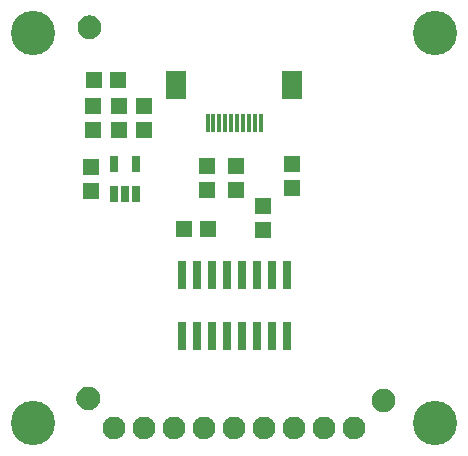
<source format=gbr>
G04 EAGLE Gerber RS-274X export*
G75*
%MOMM*%
%FSLAX34Y34*%
%LPD*%
%INSoldermask Top*%
%IPPOS*%
%AMOC8*
5,1,8,0,0,1.08239X$1,22.5*%
G01*
%ADD10R,0.402400X1.552400*%
%ADD11R,1.752400X2.352400*%
%ADD12C,1.930400*%
%ADD13C,3.752400*%
%ADD14C,1.152400*%
%ADD15C,0.500000*%
%ADD16R,1.452400X1.352400*%
%ADD17R,1.352400X1.452400*%
%ADD18R,0.752400X2.352400*%
%ADD19R,0.702400X1.352400*%


D10*
X222180Y284300D03*
X217180Y284300D03*
X212180Y284300D03*
X207180Y284300D03*
X202180Y284300D03*
X197180Y284300D03*
X192180Y284300D03*
X187180Y284300D03*
X182180Y284300D03*
X177180Y284300D03*
D11*
X248680Y315800D03*
X150680Y315800D03*
D12*
X98080Y25400D03*
X123480Y25400D03*
X148880Y25400D03*
X174280Y25400D03*
X199680Y25400D03*
X225080Y25400D03*
X250480Y25400D03*
X275880Y25400D03*
X301280Y25400D03*
D13*
X29680Y360000D03*
X369680Y360000D03*
D14*
X326180Y49000D03*
D15*
X326180Y56500D02*
X325999Y56498D01*
X325818Y56491D01*
X325637Y56480D01*
X325456Y56465D01*
X325276Y56445D01*
X325096Y56421D01*
X324917Y56393D01*
X324739Y56360D01*
X324562Y56323D01*
X324385Y56282D01*
X324210Y56237D01*
X324035Y56187D01*
X323862Y56133D01*
X323691Y56075D01*
X323520Y56013D01*
X323352Y55946D01*
X323185Y55876D01*
X323019Y55802D01*
X322856Y55723D01*
X322695Y55641D01*
X322535Y55555D01*
X322378Y55465D01*
X322223Y55371D01*
X322070Y55274D01*
X321920Y55172D01*
X321772Y55068D01*
X321626Y54959D01*
X321484Y54848D01*
X321344Y54732D01*
X321207Y54614D01*
X321072Y54492D01*
X320941Y54367D01*
X320813Y54239D01*
X320688Y54108D01*
X320566Y53973D01*
X320448Y53836D01*
X320332Y53696D01*
X320221Y53554D01*
X320112Y53408D01*
X320008Y53260D01*
X319906Y53110D01*
X319809Y52957D01*
X319715Y52802D01*
X319625Y52645D01*
X319539Y52485D01*
X319457Y52324D01*
X319378Y52161D01*
X319304Y51995D01*
X319234Y51828D01*
X319167Y51660D01*
X319105Y51489D01*
X319047Y51318D01*
X318993Y51145D01*
X318943Y50970D01*
X318898Y50795D01*
X318857Y50618D01*
X318820Y50441D01*
X318787Y50263D01*
X318759Y50084D01*
X318735Y49904D01*
X318715Y49724D01*
X318700Y49543D01*
X318689Y49362D01*
X318682Y49181D01*
X318680Y49000D01*
X326180Y56500D02*
X326361Y56498D01*
X326542Y56491D01*
X326723Y56480D01*
X326904Y56465D01*
X327084Y56445D01*
X327264Y56421D01*
X327443Y56393D01*
X327621Y56360D01*
X327798Y56323D01*
X327975Y56282D01*
X328150Y56237D01*
X328325Y56187D01*
X328498Y56133D01*
X328669Y56075D01*
X328840Y56013D01*
X329008Y55946D01*
X329175Y55876D01*
X329341Y55802D01*
X329504Y55723D01*
X329665Y55641D01*
X329825Y55555D01*
X329982Y55465D01*
X330137Y55371D01*
X330290Y55274D01*
X330440Y55172D01*
X330588Y55068D01*
X330734Y54959D01*
X330876Y54848D01*
X331016Y54732D01*
X331153Y54614D01*
X331288Y54492D01*
X331419Y54367D01*
X331547Y54239D01*
X331672Y54108D01*
X331794Y53973D01*
X331912Y53836D01*
X332028Y53696D01*
X332139Y53554D01*
X332248Y53408D01*
X332352Y53260D01*
X332454Y53110D01*
X332551Y52957D01*
X332645Y52802D01*
X332735Y52645D01*
X332821Y52485D01*
X332903Y52324D01*
X332982Y52161D01*
X333056Y51995D01*
X333126Y51828D01*
X333193Y51660D01*
X333255Y51489D01*
X333313Y51318D01*
X333367Y51145D01*
X333417Y50970D01*
X333462Y50795D01*
X333503Y50618D01*
X333540Y50441D01*
X333573Y50263D01*
X333601Y50084D01*
X333625Y49904D01*
X333645Y49724D01*
X333660Y49543D01*
X333671Y49362D01*
X333678Y49181D01*
X333680Y49000D01*
X333678Y48819D01*
X333671Y48638D01*
X333660Y48457D01*
X333645Y48276D01*
X333625Y48096D01*
X333601Y47916D01*
X333573Y47737D01*
X333540Y47559D01*
X333503Y47382D01*
X333462Y47205D01*
X333417Y47030D01*
X333367Y46855D01*
X333313Y46682D01*
X333255Y46511D01*
X333193Y46340D01*
X333126Y46172D01*
X333056Y46005D01*
X332982Y45839D01*
X332903Y45676D01*
X332821Y45515D01*
X332735Y45355D01*
X332645Y45198D01*
X332551Y45043D01*
X332454Y44890D01*
X332352Y44740D01*
X332248Y44592D01*
X332139Y44446D01*
X332028Y44304D01*
X331912Y44164D01*
X331794Y44027D01*
X331672Y43892D01*
X331547Y43761D01*
X331419Y43633D01*
X331288Y43508D01*
X331153Y43386D01*
X331016Y43268D01*
X330876Y43152D01*
X330734Y43041D01*
X330588Y42932D01*
X330440Y42828D01*
X330290Y42726D01*
X330137Y42629D01*
X329982Y42535D01*
X329825Y42445D01*
X329665Y42359D01*
X329504Y42277D01*
X329341Y42198D01*
X329175Y42124D01*
X329008Y42054D01*
X328840Y41987D01*
X328669Y41925D01*
X328498Y41867D01*
X328325Y41813D01*
X328150Y41763D01*
X327975Y41718D01*
X327798Y41677D01*
X327621Y41640D01*
X327443Y41607D01*
X327264Y41579D01*
X327084Y41555D01*
X326904Y41535D01*
X326723Y41520D01*
X326542Y41509D01*
X326361Y41502D01*
X326180Y41500D01*
X325999Y41502D01*
X325818Y41509D01*
X325637Y41520D01*
X325456Y41535D01*
X325276Y41555D01*
X325096Y41579D01*
X324917Y41607D01*
X324739Y41640D01*
X324562Y41677D01*
X324385Y41718D01*
X324210Y41763D01*
X324035Y41813D01*
X323862Y41867D01*
X323691Y41925D01*
X323520Y41987D01*
X323352Y42054D01*
X323185Y42124D01*
X323019Y42198D01*
X322856Y42277D01*
X322695Y42359D01*
X322535Y42445D01*
X322378Y42535D01*
X322223Y42629D01*
X322070Y42726D01*
X321920Y42828D01*
X321772Y42932D01*
X321626Y43041D01*
X321484Y43152D01*
X321344Y43268D01*
X321207Y43386D01*
X321072Y43508D01*
X320941Y43633D01*
X320813Y43761D01*
X320688Y43892D01*
X320566Y44027D01*
X320448Y44164D01*
X320332Y44304D01*
X320221Y44446D01*
X320112Y44592D01*
X320008Y44740D01*
X319906Y44890D01*
X319809Y45043D01*
X319715Y45198D01*
X319625Y45355D01*
X319539Y45515D01*
X319457Y45676D01*
X319378Y45839D01*
X319304Y46005D01*
X319234Y46172D01*
X319167Y46340D01*
X319105Y46511D01*
X319047Y46682D01*
X318993Y46855D01*
X318943Y47030D01*
X318898Y47205D01*
X318857Y47382D01*
X318820Y47559D01*
X318787Y47737D01*
X318759Y47916D01*
X318735Y48096D01*
X318715Y48276D01*
X318700Y48457D01*
X318689Y48638D01*
X318682Y48819D01*
X318680Y49000D01*
D14*
X77180Y365000D03*
D15*
X77180Y372500D02*
X76999Y372498D01*
X76818Y372491D01*
X76637Y372480D01*
X76456Y372465D01*
X76276Y372445D01*
X76096Y372421D01*
X75917Y372393D01*
X75739Y372360D01*
X75562Y372323D01*
X75385Y372282D01*
X75210Y372237D01*
X75035Y372187D01*
X74862Y372133D01*
X74691Y372075D01*
X74520Y372013D01*
X74352Y371946D01*
X74185Y371876D01*
X74019Y371802D01*
X73856Y371723D01*
X73695Y371641D01*
X73535Y371555D01*
X73378Y371465D01*
X73223Y371371D01*
X73070Y371274D01*
X72920Y371172D01*
X72772Y371068D01*
X72626Y370959D01*
X72484Y370848D01*
X72344Y370732D01*
X72207Y370614D01*
X72072Y370492D01*
X71941Y370367D01*
X71813Y370239D01*
X71688Y370108D01*
X71566Y369973D01*
X71448Y369836D01*
X71332Y369696D01*
X71221Y369554D01*
X71112Y369408D01*
X71008Y369260D01*
X70906Y369110D01*
X70809Y368957D01*
X70715Y368802D01*
X70625Y368645D01*
X70539Y368485D01*
X70457Y368324D01*
X70378Y368161D01*
X70304Y367995D01*
X70234Y367828D01*
X70167Y367660D01*
X70105Y367489D01*
X70047Y367318D01*
X69993Y367145D01*
X69943Y366970D01*
X69898Y366795D01*
X69857Y366618D01*
X69820Y366441D01*
X69787Y366263D01*
X69759Y366084D01*
X69735Y365904D01*
X69715Y365724D01*
X69700Y365543D01*
X69689Y365362D01*
X69682Y365181D01*
X69680Y365000D01*
X77180Y372500D02*
X77361Y372498D01*
X77542Y372491D01*
X77723Y372480D01*
X77904Y372465D01*
X78084Y372445D01*
X78264Y372421D01*
X78443Y372393D01*
X78621Y372360D01*
X78798Y372323D01*
X78975Y372282D01*
X79150Y372237D01*
X79325Y372187D01*
X79498Y372133D01*
X79669Y372075D01*
X79840Y372013D01*
X80008Y371946D01*
X80175Y371876D01*
X80341Y371802D01*
X80504Y371723D01*
X80665Y371641D01*
X80825Y371555D01*
X80982Y371465D01*
X81137Y371371D01*
X81290Y371274D01*
X81440Y371172D01*
X81588Y371068D01*
X81734Y370959D01*
X81876Y370848D01*
X82016Y370732D01*
X82153Y370614D01*
X82288Y370492D01*
X82419Y370367D01*
X82547Y370239D01*
X82672Y370108D01*
X82794Y369973D01*
X82912Y369836D01*
X83028Y369696D01*
X83139Y369554D01*
X83248Y369408D01*
X83352Y369260D01*
X83454Y369110D01*
X83551Y368957D01*
X83645Y368802D01*
X83735Y368645D01*
X83821Y368485D01*
X83903Y368324D01*
X83982Y368161D01*
X84056Y367995D01*
X84126Y367828D01*
X84193Y367660D01*
X84255Y367489D01*
X84313Y367318D01*
X84367Y367145D01*
X84417Y366970D01*
X84462Y366795D01*
X84503Y366618D01*
X84540Y366441D01*
X84573Y366263D01*
X84601Y366084D01*
X84625Y365904D01*
X84645Y365724D01*
X84660Y365543D01*
X84671Y365362D01*
X84678Y365181D01*
X84680Y365000D01*
X84678Y364819D01*
X84671Y364638D01*
X84660Y364457D01*
X84645Y364276D01*
X84625Y364096D01*
X84601Y363916D01*
X84573Y363737D01*
X84540Y363559D01*
X84503Y363382D01*
X84462Y363205D01*
X84417Y363030D01*
X84367Y362855D01*
X84313Y362682D01*
X84255Y362511D01*
X84193Y362340D01*
X84126Y362172D01*
X84056Y362005D01*
X83982Y361839D01*
X83903Y361676D01*
X83821Y361515D01*
X83735Y361355D01*
X83645Y361198D01*
X83551Y361043D01*
X83454Y360890D01*
X83352Y360740D01*
X83248Y360592D01*
X83139Y360446D01*
X83028Y360304D01*
X82912Y360164D01*
X82794Y360027D01*
X82672Y359892D01*
X82547Y359761D01*
X82419Y359633D01*
X82288Y359508D01*
X82153Y359386D01*
X82016Y359268D01*
X81876Y359152D01*
X81734Y359041D01*
X81588Y358932D01*
X81440Y358828D01*
X81290Y358726D01*
X81137Y358629D01*
X80982Y358535D01*
X80825Y358445D01*
X80665Y358359D01*
X80504Y358277D01*
X80341Y358198D01*
X80175Y358124D01*
X80008Y358054D01*
X79840Y357987D01*
X79669Y357925D01*
X79498Y357867D01*
X79325Y357813D01*
X79150Y357763D01*
X78975Y357718D01*
X78798Y357677D01*
X78621Y357640D01*
X78443Y357607D01*
X78264Y357579D01*
X78084Y357555D01*
X77904Y357535D01*
X77723Y357520D01*
X77542Y357509D01*
X77361Y357502D01*
X77180Y357500D01*
X76999Y357502D01*
X76818Y357509D01*
X76637Y357520D01*
X76456Y357535D01*
X76276Y357555D01*
X76096Y357579D01*
X75917Y357607D01*
X75739Y357640D01*
X75562Y357677D01*
X75385Y357718D01*
X75210Y357763D01*
X75035Y357813D01*
X74862Y357867D01*
X74691Y357925D01*
X74520Y357987D01*
X74352Y358054D01*
X74185Y358124D01*
X74019Y358198D01*
X73856Y358277D01*
X73695Y358359D01*
X73535Y358445D01*
X73378Y358535D01*
X73223Y358629D01*
X73070Y358726D01*
X72920Y358828D01*
X72772Y358932D01*
X72626Y359041D01*
X72484Y359152D01*
X72344Y359268D01*
X72207Y359386D01*
X72072Y359508D01*
X71941Y359633D01*
X71813Y359761D01*
X71688Y359892D01*
X71566Y360027D01*
X71448Y360164D01*
X71332Y360304D01*
X71221Y360446D01*
X71112Y360592D01*
X71008Y360740D01*
X70906Y360890D01*
X70809Y361043D01*
X70715Y361198D01*
X70625Y361355D01*
X70539Y361515D01*
X70457Y361676D01*
X70378Y361839D01*
X70304Y362005D01*
X70234Y362172D01*
X70167Y362340D01*
X70105Y362511D01*
X70047Y362682D01*
X69993Y362855D01*
X69943Y363030D01*
X69898Y363205D01*
X69857Y363382D01*
X69820Y363559D01*
X69787Y363737D01*
X69759Y363916D01*
X69735Y364096D01*
X69715Y364276D01*
X69700Y364457D01*
X69689Y364638D01*
X69682Y364819D01*
X69680Y365000D01*
D16*
X223810Y213360D03*
X223810Y193040D03*
X248630Y228600D03*
X248630Y248920D03*
D17*
X157480Y194020D03*
X177800Y194020D03*
D16*
X200950Y247650D03*
X200950Y227330D03*
D17*
X81280Y320330D03*
X101600Y320330D03*
D16*
X176820Y247650D03*
X176820Y227330D03*
X80300Y278130D03*
X80300Y298450D03*
X101890Y278130D03*
X101890Y298450D03*
D18*
X167930Y103540D03*
X193330Y155540D03*
X155230Y103540D03*
X180630Y103540D03*
X193330Y103540D03*
X180630Y155540D03*
X206030Y155540D03*
X218730Y155540D03*
X218730Y103540D03*
X244130Y155540D03*
X206030Y103540D03*
X231430Y103540D03*
X231430Y155540D03*
X244130Y103540D03*
X167930Y155540D03*
X155230Y155540D03*
D19*
X97850Y223489D03*
X107350Y223489D03*
X116850Y223489D03*
X116850Y249491D03*
X97850Y249491D03*
D16*
X78140Y226330D03*
X78140Y246650D03*
X123390Y277950D03*
X123390Y298270D03*
D13*
X29680Y30000D03*
X369680Y30000D03*
D14*
X76200Y50800D03*
D15*
X76200Y58300D02*
X76019Y58298D01*
X75838Y58291D01*
X75657Y58280D01*
X75476Y58265D01*
X75296Y58245D01*
X75116Y58221D01*
X74937Y58193D01*
X74759Y58160D01*
X74582Y58123D01*
X74405Y58082D01*
X74230Y58037D01*
X74055Y57987D01*
X73882Y57933D01*
X73711Y57875D01*
X73540Y57813D01*
X73372Y57746D01*
X73205Y57676D01*
X73039Y57602D01*
X72876Y57523D01*
X72715Y57441D01*
X72555Y57355D01*
X72398Y57265D01*
X72243Y57171D01*
X72090Y57074D01*
X71940Y56972D01*
X71792Y56868D01*
X71646Y56759D01*
X71504Y56648D01*
X71364Y56532D01*
X71227Y56414D01*
X71092Y56292D01*
X70961Y56167D01*
X70833Y56039D01*
X70708Y55908D01*
X70586Y55773D01*
X70468Y55636D01*
X70352Y55496D01*
X70241Y55354D01*
X70132Y55208D01*
X70028Y55060D01*
X69926Y54910D01*
X69829Y54757D01*
X69735Y54602D01*
X69645Y54445D01*
X69559Y54285D01*
X69477Y54124D01*
X69398Y53961D01*
X69324Y53795D01*
X69254Y53628D01*
X69187Y53460D01*
X69125Y53289D01*
X69067Y53118D01*
X69013Y52945D01*
X68963Y52770D01*
X68918Y52595D01*
X68877Y52418D01*
X68840Y52241D01*
X68807Y52063D01*
X68779Y51884D01*
X68755Y51704D01*
X68735Y51524D01*
X68720Y51343D01*
X68709Y51162D01*
X68702Y50981D01*
X68700Y50800D01*
X76200Y58300D02*
X76381Y58298D01*
X76562Y58291D01*
X76743Y58280D01*
X76924Y58265D01*
X77104Y58245D01*
X77284Y58221D01*
X77463Y58193D01*
X77641Y58160D01*
X77818Y58123D01*
X77995Y58082D01*
X78170Y58037D01*
X78345Y57987D01*
X78518Y57933D01*
X78689Y57875D01*
X78860Y57813D01*
X79028Y57746D01*
X79195Y57676D01*
X79361Y57602D01*
X79524Y57523D01*
X79685Y57441D01*
X79845Y57355D01*
X80002Y57265D01*
X80157Y57171D01*
X80310Y57074D01*
X80460Y56972D01*
X80608Y56868D01*
X80754Y56759D01*
X80896Y56648D01*
X81036Y56532D01*
X81173Y56414D01*
X81308Y56292D01*
X81439Y56167D01*
X81567Y56039D01*
X81692Y55908D01*
X81814Y55773D01*
X81932Y55636D01*
X82048Y55496D01*
X82159Y55354D01*
X82268Y55208D01*
X82372Y55060D01*
X82474Y54910D01*
X82571Y54757D01*
X82665Y54602D01*
X82755Y54445D01*
X82841Y54285D01*
X82923Y54124D01*
X83002Y53961D01*
X83076Y53795D01*
X83146Y53628D01*
X83213Y53460D01*
X83275Y53289D01*
X83333Y53118D01*
X83387Y52945D01*
X83437Y52770D01*
X83482Y52595D01*
X83523Y52418D01*
X83560Y52241D01*
X83593Y52063D01*
X83621Y51884D01*
X83645Y51704D01*
X83665Y51524D01*
X83680Y51343D01*
X83691Y51162D01*
X83698Y50981D01*
X83700Y50800D01*
X83698Y50619D01*
X83691Y50438D01*
X83680Y50257D01*
X83665Y50076D01*
X83645Y49896D01*
X83621Y49716D01*
X83593Y49537D01*
X83560Y49359D01*
X83523Y49182D01*
X83482Y49005D01*
X83437Y48830D01*
X83387Y48655D01*
X83333Y48482D01*
X83275Y48311D01*
X83213Y48140D01*
X83146Y47972D01*
X83076Y47805D01*
X83002Y47639D01*
X82923Y47476D01*
X82841Y47315D01*
X82755Y47155D01*
X82665Y46998D01*
X82571Y46843D01*
X82474Y46690D01*
X82372Y46540D01*
X82268Y46392D01*
X82159Y46246D01*
X82048Y46104D01*
X81932Y45964D01*
X81814Y45827D01*
X81692Y45692D01*
X81567Y45561D01*
X81439Y45433D01*
X81308Y45308D01*
X81173Y45186D01*
X81036Y45068D01*
X80896Y44952D01*
X80754Y44841D01*
X80608Y44732D01*
X80460Y44628D01*
X80310Y44526D01*
X80157Y44429D01*
X80002Y44335D01*
X79845Y44245D01*
X79685Y44159D01*
X79524Y44077D01*
X79361Y43998D01*
X79195Y43924D01*
X79028Y43854D01*
X78860Y43787D01*
X78689Y43725D01*
X78518Y43667D01*
X78345Y43613D01*
X78170Y43563D01*
X77995Y43518D01*
X77818Y43477D01*
X77641Y43440D01*
X77463Y43407D01*
X77284Y43379D01*
X77104Y43355D01*
X76924Y43335D01*
X76743Y43320D01*
X76562Y43309D01*
X76381Y43302D01*
X76200Y43300D01*
X76019Y43302D01*
X75838Y43309D01*
X75657Y43320D01*
X75476Y43335D01*
X75296Y43355D01*
X75116Y43379D01*
X74937Y43407D01*
X74759Y43440D01*
X74582Y43477D01*
X74405Y43518D01*
X74230Y43563D01*
X74055Y43613D01*
X73882Y43667D01*
X73711Y43725D01*
X73540Y43787D01*
X73372Y43854D01*
X73205Y43924D01*
X73039Y43998D01*
X72876Y44077D01*
X72715Y44159D01*
X72555Y44245D01*
X72398Y44335D01*
X72243Y44429D01*
X72090Y44526D01*
X71940Y44628D01*
X71792Y44732D01*
X71646Y44841D01*
X71504Y44952D01*
X71364Y45068D01*
X71227Y45186D01*
X71092Y45308D01*
X70961Y45433D01*
X70833Y45561D01*
X70708Y45692D01*
X70586Y45827D01*
X70468Y45964D01*
X70352Y46104D01*
X70241Y46246D01*
X70132Y46392D01*
X70028Y46540D01*
X69926Y46690D01*
X69829Y46843D01*
X69735Y46998D01*
X69645Y47155D01*
X69559Y47315D01*
X69477Y47476D01*
X69398Y47639D01*
X69324Y47805D01*
X69254Y47972D01*
X69187Y48140D01*
X69125Y48311D01*
X69067Y48482D01*
X69013Y48655D01*
X68963Y48830D01*
X68918Y49005D01*
X68877Y49182D01*
X68840Y49359D01*
X68807Y49537D01*
X68779Y49716D01*
X68755Y49896D01*
X68735Y50076D01*
X68720Y50257D01*
X68709Y50438D01*
X68702Y50619D01*
X68700Y50800D01*
M02*

</source>
